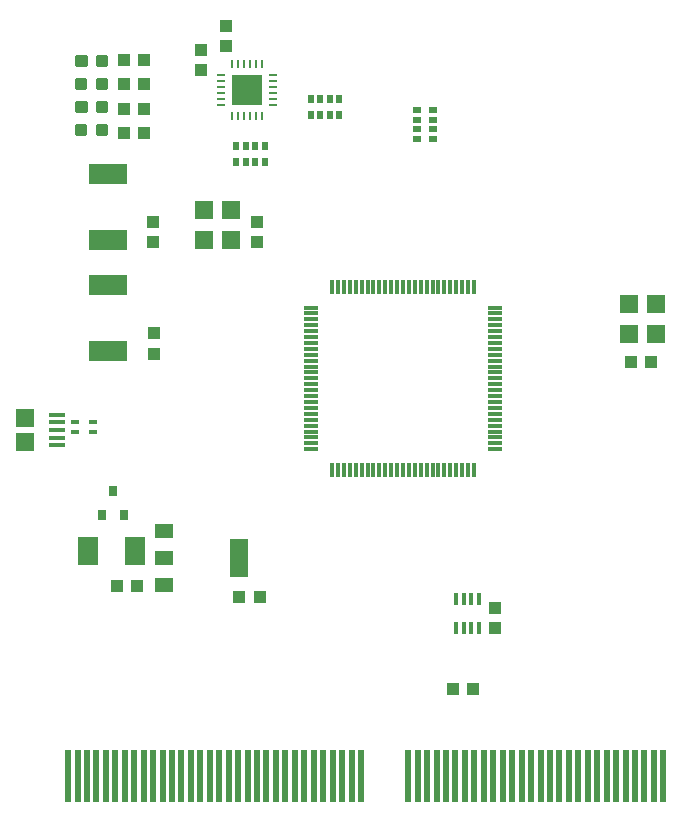
<source format=gtp>
G75*
%MOIN*%
%OFA0B0*%
%FSLAX25Y25*%
%IPPOS*%
%LPD*%
%AMOC8*
5,1,8,0,0,1.08239X$1,22.5*
%
%ADD10R,0.04331X0.03937*%
%ADD11C,0.01181*%
%ADD12R,0.05906X0.06299*%
%ADD13R,0.03937X0.04331*%
%ADD14R,0.04724X0.01181*%
%ADD15R,0.01181X0.04724*%
%ADD16R,0.12598X0.07087*%
%ADD17R,0.01772X0.03937*%
%ADD18R,0.06102X0.05906*%
%ADD19R,0.05315X0.01575*%
%ADD20R,0.02756X0.01772*%
%ADD21R,0.03100X0.03500*%
%ADD22R,0.07087X0.09449*%
%ADD23R,0.06299X0.04724*%
%ADD24R,0.06299X0.12992*%
%ADD25R,0.02717X0.01102*%
%ADD26R,0.09843X0.09843*%
%ADD27R,0.01102X0.02717*%
%ADD28R,0.01969X0.02559*%
%ADD29R,0.02559X0.01969*%
%ADD30R,0.02362X0.17717*%
D10*
X0109142Y0087793D03*
X0115835Y0087793D03*
X0150016Y0084369D03*
X0156709Y0084369D03*
X0221035Y0053574D03*
X0227728Y0053574D03*
X0280586Y0162695D03*
X0287279Y0162695D03*
X0145455Y0267994D03*
X0145455Y0274687D03*
X0118188Y0263148D03*
X0111496Y0263148D03*
X0111527Y0255056D03*
X0118220Y0255056D03*
X0118227Y0247019D03*
X0111534Y0247019D03*
X0111450Y0238965D03*
X0118143Y0238965D03*
D11*
X0105481Y0238407D02*
X0105481Y0241163D01*
X0105481Y0238407D02*
X0102725Y0238407D01*
X0102725Y0241163D01*
X0105481Y0241163D01*
X0105481Y0239587D02*
X0102725Y0239587D01*
X0102725Y0240767D02*
X0105481Y0240767D01*
X0105655Y0246055D02*
X0105655Y0248811D01*
X0105655Y0246055D02*
X0102899Y0246055D01*
X0102899Y0248811D01*
X0105655Y0248811D01*
X0105655Y0247235D02*
X0102899Y0247235D01*
X0102899Y0248415D02*
X0105655Y0248415D01*
X0105582Y0253759D02*
X0105582Y0256515D01*
X0105582Y0253759D02*
X0102826Y0253759D01*
X0102826Y0256515D01*
X0105582Y0256515D01*
X0105582Y0254939D02*
X0102826Y0254939D01*
X0102826Y0256119D02*
X0105582Y0256119D01*
X0105652Y0261627D02*
X0105652Y0264383D01*
X0105652Y0261627D02*
X0102896Y0261627D01*
X0102896Y0264383D01*
X0105652Y0264383D01*
X0105652Y0262807D02*
X0102896Y0262807D01*
X0102896Y0263987D02*
X0105652Y0263987D01*
X0098747Y0264383D02*
X0098747Y0261627D01*
X0095991Y0261627D01*
X0095991Y0264383D01*
X0098747Y0264383D01*
X0098747Y0262807D02*
X0095991Y0262807D01*
X0095991Y0263987D02*
X0098747Y0263987D01*
X0098676Y0256515D02*
X0098676Y0253759D01*
X0095920Y0253759D01*
X0095920Y0256515D01*
X0098676Y0256515D01*
X0098676Y0254939D02*
X0095920Y0254939D01*
X0095920Y0256119D02*
X0098676Y0256119D01*
X0098749Y0248811D02*
X0098749Y0246055D01*
X0095993Y0246055D01*
X0095993Y0248811D01*
X0098749Y0248811D01*
X0098749Y0247235D02*
X0095993Y0247235D01*
X0095993Y0248415D02*
X0098749Y0248415D01*
X0098576Y0241163D02*
X0098576Y0238407D01*
X0095820Y0238407D01*
X0095820Y0241163D01*
X0098576Y0241163D01*
X0098576Y0239587D02*
X0095820Y0239587D01*
X0095820Y0240767D02*
X0098576Y0240767D01*
D12*
X0138078Y0213221D03*
X0147133Y0213221D03*
X0147133Y0203378D03*
X0138078Y0203378D03*
X0279846Y0181886D03*
X0288901Y0181886D03*
X0288901Y0172044D03*
X0279846Y0172044D03*
D13*
X0235098Y0080675D03*
X0235098Y0073982D03*
X0121532Y0165380D03*
X0121532Y0172073D03*
X0121217Y0202689D03*
X0121217Y0209382D03*
X0155824Y0209120D03*
X0155824Y0202427D03*
X0137165Y0259992D03*
X0137165Y0266685D03*
D14*
X0174001Y0180711D03*
X0174001Y0178743D03*
X0174001Y0176774D03*
X0174001Y0174806D03*
X0174001Y0172837D03*
X0174001Y0170869D03*
X0174001Y0168900D03*
X0174001Y0166932D03*
X0174001Y0164963D03*
X0174001Y0162995D03*
X0174001Y0161026D03*
X0174001Y0159058D03*
X0174001Y0157089D03*
X0174001Y0155121D03*
X0174001Y0153152D03*
X0174001Y0151184D03*
X0174001Y0149215D03*
X0174001Y0147247D03*
X0174001Y0145278D03*
X0174001Y0143310D03*
X0174001Y0141341D03*
X0174001Y0139373D03*
X0174001Y0137404D03*
X0174001Y0135436D03*
X0174001Y0133467D03*
X0235024Y0133467D03*
X0235024Y0135436D03*
X0235024Y0137404D03*
X0235024Y0139373D03*
X0235024Y0141341D03*
X0235024Y0143310D03*
X0235024Y0145278D03*
X0235024Y0147247D03*
X0235024Y0149215D03*
X0235024Y0151184D03*
X0235024Y0153152D03*
X0235024Y0155121D03*
X0235024Y0157089D03*
X0235024Y0159058D03*
X0235024Y0161026D03*
X0235024Y0162995D03*
X0235024Y0164963D03*
X0235024Y0166932D03*
X0235024Y0168900D03*
X0235024Y0170869D03*
X0235024Y0172837D03*
X0235024Y0174806D03*
X0235024Y0176774D03*
X0235024Y0178743D03*
X0235024Y0180711D03*
D15*
X0228135Y0187601D03*
X0226166Y0187601D03*
X0224198Y0187601D03*
X0222229Y0187601D03*
X0220261Y0187601D03*
X0218292Y0187601D03*
X0216324Y0187601D03*
X0214355Y0187601D03*
X0212387Y0187601D03*
X0210418Y0187601D03*
X0208450Y0187601D03*
X0206481Y0187601D03*
X0204513Y0187601D03*
X0202544Y0187601D03*
X0200576Y0187601D03*
X0198607Y0187601D03*
X0196639Y0187601D03*
X0194670Y0187601D03*
X0192702Y0187601D03*
X0190733Y0187601D03*
X0188765Y0187601D03*
X0186796Y0187601D03*
X0184828Y0187601D03*
X0182859Y0187601D03*
X0180891Y0187601D03*
X0180891Y0126577D03*
X0182859Y0126577D03*
X0184828Y0126577D03*
X0186796Y0126577D03*
X0188765Y0126577D03*
X0190733Y0126577D03*
X0192702Y0126577D03*
X0194670Y0126577D03*
X0196639Y0126577D03*
X0198607Y0126577D03*
X0200576Y0126577D03*
X0202544Y0126577D03*
X0204513Y0126577D03*
X0206481Y0126577D03*
X0208450Y0126577D03*
X0210418Y0126577D03*
X0212387Y0126577D03*
X0214355Y0126577D03*
X0216324Y0126577D03*
X0218292Y0126577D03*
X0220261Y0126577D03*
X0222229Y0126577D03*
X0224198Y0126577D03*
X0226166Y0126577D03*
X0228135Y0126577D03*
D16*
X0106257Y0166252D03*
X0106257Y0188299D03*
X0106257Y0203193D03*
X0106257Y0225240D03*
D17*
X0222136Y0083421D03*
X0224695Y0083421D03*
X0227254Y0083421D03*
X0229813Y0083421D03*
X0229813Y0073776D03*
X0227254Y0073776D03*
X0224695Y0073776D03*
X0222136Y0073776D03*
D18*
X0078662Y0135919D03*
X0078662Y0143793D03*
D19*
X0089292Y0144974D03*
X0089292Y0142415D03*
X0089292Y0139856D03*
X0089292Y0137297D03*
X0089292Y0134738D03*
D20*
X0095228Y0139348D03*
X0095228Y0142497D03*
X0101330Y0142497D03*
X0101330Y0139348D03*
D21*
X0107853Y0119397D03*
X0111653Y0111397D03*
X0104053Y0111397D03*
D22*
X0099381Y0099560D03*
X0115326Y0099560D03*
D23*
X0124799Y0097307D03*
X0124799Y0106362D03*
X0124799Y0088251D03*
D24*
X0149996Y0097307D03*
D25*
X0143933Y0248299D03*
X0143933Y0250267D03*
X0143933Y0252236D03*
X0143933Y0254204D03*
X0143933Y0256173D03*
X0143933Y0258141D03*
X0161216Y0258141D03*
X0161216Y0256173D03*
X0161216Y0254204D03*
X0161216Y0252236D03*
X0161216Y0250267D03*
X0161216Y0248299D03*
D26*
X0152574Y0253220D03*
D27*
X0151590Y0244578D03*
X0149622Y0244578D03*
X0147653Y0244578D03*
X0153559Y0244578D03*
X0155527Y0244578D03*
X0157496Y0244578D03*
X0157496Y0261862D03*
X0155527Y0261862D03*
X0153559Y0261862D03*
X0151590Y0261862D03*
X0149622Y0261862D03*
X0147653Y0261862D03*
D28*
X0173796Y0250196D03*
X0176945Y0250196D03*
X0180095Y0250196D03*
X0183245Y0250196D03*
X0183245Y0244882D03*
X0180095Y0244882D03*
X0176945Y0244882D03*
X0173796Y0244882D03*
X0158452Y0234679D03*
X0155303Y0234679D03*
X0152153Y0234679D03*
X0149003Y0234679D03*
X0149003Y0229364D03*
X0152153Y0229364D03*
X0155303Y0229364D03*
X0158452Y0229364D03*
D29*
X0209273Y0236983D03*
X0209273Y0240133D03*
X0209273Y0243282D03*
X0209273Y0246432D03*
X0214588Y0246432D03*
X0214588Y0243282D03*
X0214588Y0240133D03*
X0214588Y0236983D03*
D30*
X0092878Y0024602D03*
X0096028Y0024602D03*
X0099177Y0024602D03*
X0102327Y0024602D03*
X0105476Y0024602D03*
X0108626Y0024602D03*
X0111776Y0024602D03*
X0114925Y0024602D03*
X0118075Y0024602D03*
X0121224Y0024602D03*
X0124374Y0024602D03*
X0127524Y0024602D03*
X0130673Y0024602D03*
X0133823Y0024602D03*
X0136972Y0024602D03*
X0140122Y0024602D03*
X0143272Y0024602D03*
X0146421Y0024602D03*
X0149571Y0024602D03*
X0152721Y0024602D03*
X0155870Y0024602D03*
X0159020Y0024602D03*
X0162169Y0024602D03*
X0165319Y0024602D03*
X0168469Y0024602D03*
X0171618Y0024602D03*
X0174768Y0024602D03*
X0177917Y0024602D03*
X0181067Y0024602D03*
X0184217Y0024602D03*
X0187366Y0024602D03*
X0190516Y0024602D03*
X0206264Y0024602D03*
X0209413Y0024602D03*
X0212563Y0024602D03*
X0215713Y0024602D03*
X0218862Y0024602D03*
X0222012Y0024602D03*
X0225161Y0024602D03*
X0228311Y0024602D03*
X0231461Y0024602D03*
X0234610Y0024602D03*
X0237760Y0024602D03*
X0240909Y0024602D03*
X0244059Y0024602D03*
X0247209Y0024602D03*
X0250358Y0024602D03*
X0253508Y0024602D03*
X0256658Y0024602D03*
X0259807Y0024602D03*
X0262957Y0024602D03*
X0266106Y0024602D03*
X0269256Y0024602D03*
X0272406Y0024602D03*
X0275555Y0024602D03*
X0278705Y0024602D03*
X0281854Y0024602D03*
X0285004Y0024602D03*
X0288154Y0024602D03*
X0291303Y0024602D03*
M02*

</source>
